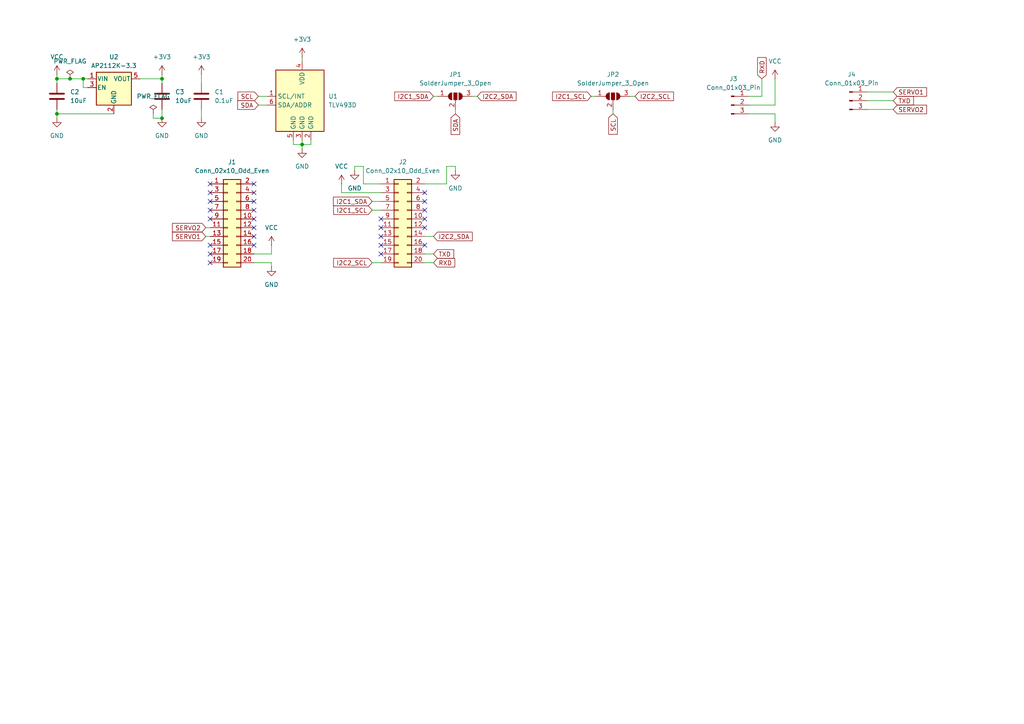
<source format=kicad_sch>
(kicad_sch (version 20231120) (generator "eeschema") (generator_version "8.0")
  (paper "A4")
  (lib_symbols
    (symbol "Connector:Conn_01x03_Pin" (pin_names (offset 1.016) hide)
      (property "Reference" "J" (at 0 5.08 0))
      (property "Value" "Conn_01x03_Pin" (at 0 -5.08 0))
      (symbol "Conn_01x03_Pin_1_1"
        (polyline (pts (xy 1.27 -2.54) (xy 0.8636 -2.54)) (stroke (width 0.1524)))
        (polyline (pts (xy 1.27 0) (xy 0.8636 0)) (stroke (width 0.1524)))
        (polyline (pts (xy 1.27 2.54) (xy 0.8636 2.54)) (stroke (width 0.1524)))
        (rectangle (start 0.8636 -2.413) (end 0 -2.667) (stroke (width 0.1524)) (fill (type outline)))
        (rectangle (start 0.8636 0.127) (end 0 -0.127) (stroke (width 0.1524)) (fill (type outline)))
        (rectangle (start 0.8636 2.667) (end 0 2.413) (stroke (width 0.1524)) (fill (type outline)))
        (pin passive line (at 5.08 2.54 180) (length 3.81) (name "Pin_1") (number "1"))
        (pin passive line (at 5.08 0 180) (length 3.81) (name "Pin_2") (number "2"))
        (pin passive line (at 5.08 -2.54 180) (length 3.81) (name "Pin_3") (number "3"))
      )
    )
    (symbol "Connector_Generic:Conn_02x10_Odd_Even" (pin_names (offset 1.016) hide)
      (property "Reference" "J" (at 1.27 12.7 0))
      (property "Value" "Conn_02x10_Odd_Even" (at 1.27 -15.24 0))
      (symbol "Conn_02x10_Odd_Even_1_1"
        (rectangle (start -1.27 -12.573) (end 0 -12.827) (stroke (width 0.1524)))
        (rectangle (start -1.27 -10.033) (end 0 -10.287) (stroke (width 0.1524)))
        (rectangle (start -1.27 -7.493) (end 0 -7.747) (stroke (width 0.1524)))
        (rectangle (start -1.27 -4.953) (end 0 -5.207) (stroke (width 0.1524)))
        (rectangle (start -1.27 -2.413) (end 0 -2.667) (stroke (width 0.1524)))
        (rectangle (start -1.27 0.127) (end 0 -0.127) (stroke (width 0.1524)))
        (rectangle (start -1.27 2.667) (end 0 2.413) (stroke (width 0.1524)))
        (rectangle (start -1.27 5.207) (end 0 4.953) (stroke (width 0.1524)))
        (rectangle (start -1.27 7.747) (end 0 7.493) (stroke (width 0.1524)))
        (rectangle (start -1.27 10.287) (end 0 10.033) (stroke (width 0.1524)))
        (rectangle (start -1.27 11.43) (end 3.81 -13.97) (stroke (width 0.254)) (fill (type background)))
        (rectangle (start 3.81 -12.573) (end 2.54 -12.827) (stroke (width 0.1524)))
        (rectangle (start 3.81 -10.033) (end 2.54 -10.287) (stroke (width 0.1524)))
        (rectangle (start 3.81 -7.493) (end 2.54 -7.747) (stroke (width 0.1524)))
        (rectangle (start 3.81 -4.953) (end 2.54 -5.207) (stroke (width 0.1524)))
        (rectangle (start 3.81 -2.413) (end 2.54 -2.667) (stroke (width 0.1524)))
        (rectangle (start 3.81 0.127) (end 2.54 -0.127) (stroke (width 0.1524)))
        (rectangle (start 3.81 2.667) (end 2.54 2.413) (stroke (width 0.1524)))
        (rectangle (start 3.81 5.207) (end 2.54 4.953) (stroke (width 0.1524)))
        (rectangle (start 3.81 7.747) (end 2.54 7.493) (stroke (width 0.1524)))
        (rectangle (start 3.81 10.287) (end 2.54 10.033) (stroke (width 0.1524)))
        (pin passive line (at -5.08 10.16 0) (length 3.81) (name "Pin_1") (number "1"))
        (pin passive line (at 7.62 0 180) (length 3.81) (name "Pin_10") (number "10"))
        (pin passive line (at -5.08 -2.54 0) (length 3.81) (name "Pin_11") (number "11"))
        (pin passive line (at 7.62 -2.54 180) (length 3.81) (name "Pin_12") (number "12"))
        (pin passive line (at -5.08 -5.08 0) (length 3.81) (name "Pin_13") (number "13"))
        (pin passive line (at 7.62 -5.08 180) (length 3.81) (name "Pin_14") (number "14"))
        (pin passive line (at -5.08 -7.62 0) (length 3.81) (name "Pin_15") (number "15"))
        (pin passive line (at 7.62 -7.62 180) (length 3.81) (name "Pin_16") (number "16"))
        (pin passive line (at -5.08 -10.16 0) (length 3.81) (name "Pin_17") (number "17"))
        (pin passive line (at 7.62 -10.16 180) (length 3.81) (name "Pin_18") (number "18"))
        (pin passive line (at -5.08 -12.7 0) (length 3.81) (name "Pin_19") (number "19"))
        (pin passive line (at 7.62 10.16 180) (length 3.81) (name "Pin_2") (number "2"))
        (pin passive line (at 7.62 -12.7 180) (length 3.81) (name "Pin_20") (number "20"))
        (pin passive line (at -5.08 7.62 0) (length 3.81) (name "Pin_3") (number "3"))
        (pin passive line (at 7.62 7.62 180) (length 3.81) (name "Pin_4") (number "4"))
        (pin passive line (at -5.08 5.08 0) (length 3.81) (name "Pin_5") (number "5"))
        (pin passive line (at 7.62 5.08 180) (length 3.81) (name "Pin_6") (number "6"))
        (pin passive line (at -5.08 2.54 0) (length 3.81) (name "Pin_7") (number "7"))
        (pin passive line (at 7.62 2.54 180) (length 3.81) (name "Pin_8") (number "8"))
        (pin passive line (at -5.08 0 0) (length 3.81) (name "Pin_9") (number "9"))
      )
    )
    (symbol "Device:C" (pin_numbers hide) (pin_names (offset 0.254))
      (property "Reference" "C" (at 0.635 2.54 0))
      (property "Value" "C" (at 0.635 -2.54 0))
      (symbol "C_0_1"
        (polyline (pts (xy -2.032 -0.762) (xy 2.032 -0.762)) (stroke (width 0.508)))
        (polyline (pts (xy -2.032 0.762) (xy 2.032 0.762)) (stroke (width 0.508)))
      )
      (symbol "C_1_1"
        (pin passive line (at 0 3.81 270) (length 2.794) (name "~") (number "1"))
        (pin passive line (at 0 -3.81 90) (length 2.794) (name "~") (number "2"))
      )
    )
    (symbol "Jumper:SolderJumper_3_Open" (pin_names (offset 0) hide) (exclude_from_sim yes) (in_bom no)
      (property "Reference" "JP" (at -2.54 -2.54 0))
      (property "Value" "SolderJumper_3_Open" (at 0 2.794 0))
      (symbol "SolderJumper_3_Open_0_1"
        (arc (start -1.016 1.016) (mid -2.0276 0) (end -1.016 -1.016))
        (arc (start -1.016 1.016) (mid -2.0276 0) (end -1.016 -1.016) (fill (type outline)))
        (rectangle (start -0.508 1.016) (end 0.508 -1.016) (fill (type outline)))
        (polyline (pts (xy -2.54 0) (xy -2.032 0)))
        (polyline (pts (xy -1.016 1.016) (xy -1.016 -1.016)))
        (polyline (pts (xy 0 -1.27) (xy 0 -1.016)))
        (polyline (pts (xy 1.016 1.016) (xy 1.016 -1.016)))
        (polyline (pts (xy 2.54 0) (xy 2.032 0)))
        (arc (start 1.016 -1.016) (mid 2.0276 0) (end 1.016 1.016))
        (arc (start 1.016 -1.016) (mid 2.0276 0) (end 1.016 1.016) (fill (type outline)))
      )
      (symbol "SolderJumper_3_Open_1_1"
        (pin passive line (at -5.08 0 0) (length 2.54) (name "A") (number "1"))
        (pin passive line (at 0 -3.81 90) (length 2.54) (name "C") (number "2"))
        (pin passive line (at 5.08 0 180) (length 2.54) (name "B") (number "3"))
      )
    )
    (symbol "Regulator_Linear:AP2112K-3.3" (pin_names (offset 0.254))
      (property "Reference" "U" (at -5.08 5.715 0))
      (property "Value" "AP2112K-3.3" (at 0 5.715 0))
      (symbol "AP2112K-3.3_0_1"
        (rectangle (start -5.08 4.445) (end 5.08 -5.08) (stroke (width 0.254)) (fill (type background)))
      )
      (symbol "AP2112K-3.3_1_1"
        (pin power_in line (at -7.62 2.54 0) (length 2.54) (name "VIN") (number "1"))
        (pin power_in line (at 0 -7.62 90) (length 2.54) (name "GND") (number "2"))
        (pin input line (at -7.62 0 0) (length 2.54) (name "EN") (number "3"))
        (pin no_connect line (at 5.08 0 180) (length 2.54) hide (name "NC") (number "4"))
        (pin power_out line (at 7.62 2.54 180) (length 2.54) (name "VOUT") (number "5"))
      )
    )
    (symbol "Sensor_Magnetic:TLV493D"
      (property "Reference" "U" (at -6.35 11.43 0))
      (property "Value" "TLV493D" (at 5.08 11.43 0))
      (symbol "TLV493D_0_1"
        (rectangle (start -7.62 10.16) (end 6.35 -7.62) (stroke (width 0.254)) (fill (type background)))
      )
      (symbol "TLV493D_1_1"
        (pin bidirectional line (at -10.16 2.54 0) (length 2.54) (name "SCL/INT") (number "1"))
        (pin power_in line (at 2.54 -10.16 90) (length 2.54) (name "GND") (number "2"))
        (pin power_in line (at 0 -10.16 90) (length 2.54) (name "GND") (number "3"))
        (pin power_in line (at 0 12.7 270) (length 2.54) (name "VDD") (number "4"))
        (pin power_in line (at -2.54 -10.16 90) (length 2.54) (name "GND") (number "5"))
        (pin bidirectional line (at -10.16 0 0) (length 2.54) (name "SDA/ADDR") (number "6"))
      )
    )
    (symbol "power:+3V3" (power) (pin_numbers hide) (pin_names (offset 0) hide)
      (property "Value" "+3V3" (at 0 3.556 0))
      (symbol "+3V3_0_1"
        (polyline (pts (xy -0.762 1.27) (xy 0 2.54)))
        (polyline (pts (xy 0 0) (xy 0 2.54)))
        (polyline (pts (xy 0 2.54) (xy 0.762 1.27)))
      )
      (symbol "+3V3_1_1"
        (pin power_in line (at 0 0 90) (length 0) (name "~") (number "1"))
      )
    )
    (symbol "power:GND" (power) (pin_numbers hide) (pin_names (offset 0) hide)
      (property "Value" "GND" (at 0 -3.81 0))
      (symbol "GND_0_1"
        (polyline (pts (xy 0 0) (xy 0 -1.27) (xy 1.27 -1.27) (xy 0 -2.54) (xy -1.27 -1.27) (xy 0 -1.27)))
      )
      (symbol "GND_1_1"
        (pin power_in line (at 0 0 270) (length 0) (name "~") (number "1"))
      )
    )
    (symbol "power:PWR_FLAG" (power) (pin_numbers hide) (pin_names (offset 0) hide)
      (property "Value" "PWR_FLAG" (at 0 3.81 0))
      (symbol "PWR_FLAG_0_0"
        (pin power_out line (at 0 0 90) (length 0) (name "~") (number "1"))
      )
      (symbol "PWR_FLAG_0_1"
        (polyline (pts (xy 0 0) (xy 0 1.27) (xy -1.016 1.905) (xy 0 2.54) (xy 1.016 1.905) (xy 0 1.27)))
      )
    )
    (symbol "power:VCC" (power) (pin_numbers hide) (pin_names (offset 0) hide)
      (property "Value" "VCC" (at 0 3.556 0))
      (symbol "VCC_0_1"
        (polyline (pts (xy -0.762 1.27) (xy 0 2.54)))
        (polyline (pts (xy 0 0) (xy 0 2.54)))
        (polyline (pts (xy 0 2.54) (xy 0.762 1.27)))
      )
      (symbol "VCC_1_1"
        (pin power_in line (at 0 0 90) (length 0) (name "~") (number "1"))
      )
    )
  )
  (junction (at 16.51 33.02))
  (junction (at 16.51 22.86))
  (junction (at 46.99 22.86))
  (junction (at 24.13 22.86))
  (junction (at 46.99 34.29))
  (junction (at 87.63 41.91))
  (junction (at 20.32 22.86))
  (no_connect (at 123.19 71.12))
  (no_connect (at 73.66 63.5))
  (no_connect (at 60.96 71.12))
  (no_connect (at 110.49 71.12))
  (no_connect (at 123.19 60.96))
  (no_connect (at 110.49 63.5))
  (no_connect (at 123.19 58.42))
  (no_connect (at 73.66 71.12))
  (no_connect (at 110.49 66.04))
  (no_connect (at 110.49 68.58))
  (no_connect (at 60.96 76.2))
  (no_connect (at 60.96 60.96))
  (no_connect (at 60.96 73.66))
  (no_connect (at 110.49 73.66))
  (no_connect (at 73.66 68.58))
  (no_connect (at 73.66 53.34))
  (no_connect (at 60.96 58.42))
  (no_connect (at 60.96 63.5))
  (no_connect (at 73.66 55.88))
  (no_connect (at 73.66 58.42))
  (no_connect (at 123.19 66.04))
  (no_connect (at 73.66 66.04))
  (no_connect (at 73.66 60.96))
  (no_connect (at 60.96 53.34))
  (no_connect (at 123.19 55.88))
  (no_connect (at 60.96 55.88))
  (no_connect (at 123.19 63.5))
  (wire (pts (xy 171.45 27.94) (xy 172.72 27.94)))
  (wire (pts (xy 125.73 27.94) (xy 127 27.94)))
  (wire (pts (xy 137.16 27.94) (xy 138.43 27.94)))
  (wire (pts (xy 85.09 41.91) (xy 87.63 41.91)))
  (wire (pts (xy 20.32 22.86) (xy 16.51 22.86)))
  (wire (pts (xy 58.42 31.75) (xy 58.42 34.29)))
  (wire (pts (xy 102.87 48.26) (xy 102.87 49.53)))
  (wire (pts (xy 46.99 31.75) (xy 46.99 34.29)))
  (wire (pts (xy 78.74 76.2) (xy 78.74 77.47)))
  (wire (pts (xy 129.54 48.26) (xy 132.08 48.26)))
  (wire (pts (xy 24.13 25.4) (xy 24.13 22.86)))
  (wire (pts (xy 40.64 22.86) (xy 46.99 22.86)))
  (wire (pts (xy 78.74 73.66) (xy 78.74 71.12)))
  (wire (pts (xy 44.45 34.29) (xy 46.99 34.29)))
  (wire (pts (xy 73.66 73.66) (xy 78.74 73.66)))
  (wire (pts (xy 44.45 33.02) (xy 44.45 34.29)))
  (wire (pts (xy 46.99 22.86) (xy 46.99 24.13)))
  (wire (pts (xy 16.51 21.59) (xy 16.51 22.86)))
  (wire (pts (xy 110.49 53.34) (xy 105.41 53.34)))
  (wire (pts (xy 25.4 22.86) (xy 24.13 22.86)))
  (wire (pts (xy 87.63 41.91) (xy 87.63 43.18)))
  (wire (pts (xy 224.79 35.56) (xy 224.79 33.02)))
  (wire (pts (xy 87.63 40.64) (xy 87.63 41.91)))
  (wire (pts (xy 16.51 31.75) (xy 16.51 33.02)))
  (wire (pts (xy 132.08 31.75) (xy 132.08 33.02)))
  (wire (pts (xy 87.63 41.91) (xy 90.17 41.91)))
  (wire (pts (xy 217.17 27.94) (xy 220.98 27.94)))
  (wire (pts (xy 123.19 53.34) (xy 129.54 53.34)))
  (wire (pts (xy 251.46 29.21) (xy 259.08 29.21)))
  (wire (pts (xy 59.69 68.58) (xy 60.96 68.58)))
  (wire (pts (xy 16.51 22.86) (xy 16.51 24.13)))
  (wire (pts (xy 224.79 33.02) (xy 217.17 33.02)))
  (wire (pts (xy 177.8 31.75) (xy 177.8 33.02)))
  (wire (pts (xy 16.51 33.02) (xy 16.51 34.29)))
  (wire (pts (xy 132.08 48.26) (xy 132.08 49.53)))
  (wire (pts (xy 58.42 21.59) (xy 58.42 24.13)))
  (wire (pts (xy 251.46 26.67) (xy 259.08 26.67)))
  (wire (pts (xy 217.17 30.48) (xy 224.79 30.48)))
  (wire (pts (xy 107.95 76.2) (xy 110.49 76.2)))
  (wire (pts (xy 224.79 22.86) (xy 224.79 30.48)))
  (wire (pts (xy 85.09 40.64) (xy 85.09 41.91)))
  (wire (pts (xy 99.06 55.88) (xy 99.06 53.34)))
  (wire (pts (xy 87.63 16.51) (xy 87.63 17.78)))
  (wire (pts (xy 16.51 33.02) (xy 33.02 33.02)))
  (wire (pts (xy 129.54 53.34) (xy 129.54 48.26)))
  (wire (pts (xy 251.46 31.75) (xy 259.08 31.75)))
  (wire (pts (xy 74.93 27.94) (xy 77.47 27.94)))
  (wire (pts (xy 107.95 60.96) (xy 110.49 60.96)))
  (wire (pts (xy 110.49 55.88) (xy 99.06 55.88)))
  (wire (pts (xy 46.99 21.59) (xy 46.99 22.86)))
  (wire (pts (xy 74.93 30.48) (xy 77.47 30.48)))
  (wire (pts (xy 123.19 68.58) (xy 125.73 68.58)))
  (wire (pts (xy 24.13 22.86) (xy 20.32 22.86)))
  (wire (pts (xy 220.98 27.94) (xy 220.98 22.86)))
  (wire (pts (xy 25.4 25.4) (xy 24.13 25.4)))
  (wire (pts (xy 105.41 48.26) (xy 102.87 48.26)))
  (wire (pts (xy 123.19 73.66) (xy 125.73 73.66)))
  (wire (pts (xy 59.69 66.04) (xy 60.96 66.04)))
  (wire (pts (xy 90.17 41.91) (xy 90.17 40.64)))
  (wire (pts (xy 73.66 76.2) (xy 78.74 76.2)))
  (wire (pts (xy 123.19 76.2) (xy 125.73 76.2)))
  (wire (pts (xy 105.41 53.34) (xy 105.41 48.26)))
  (wire (pts (xy 182.88 27.94) (xy 184.15 27.94)))
  (wire (pts (xy 107.95 58.42) (xy 110.49 58.42)))
  (global_label "I2C2_SCL" (shape input) (at 184.15 27.94 0) (property "Intersheetrefs" "${INTERSHEET_REFS}" (effects (hide yes))))
  (global_label "SDA" (shape input) (at 74.93 30.48 180) (property "Intersheetrefs" "${INTERSHEET_REFS}" (effects (hide yes))))
  (global_label "I2C2_SCL" (shape input) (at 107.95 76.2 180) (property "Intersheetrefs" "${INTERSHEET_REFS}" (effects (hide yes))))
  (global_label "TXD" (shape input) (at 125.73 73.66 0) (property "Intersheetrefs" "${INTERSHEET_REFS}" (effects (hide yes))))
  (global_label "TXD" (shape input) (at 259.08 29.21 0) (property "Intersheetrefs" "${INTERSHEET_REFS}" (effects (hide yes))))
  (global_label "I2C1_SCL" (shape input) (at 171.45 27.94 180) (property "Intersheetrefs" "${INTERSHEET_REFS}" (effects (hide yes))))
  (global_label "SERVO2" (shape input) (at 59.69 66.04 180) (property "Intersheetrefs" "${INTERSHEET_REFS}" (effects (hide yes))))
  (global_label "I2C1_SDA" (shape input) (at 107.95 58.42 180) (property "Intersheetrefs" "${INTERSHEET_REFS}" (effects (hide yes))))
  (global_label "SCL" (shape input) (at 74.93 27.94 180) (property "Intersheetrefs" "${INTERSHEET_REFS}" (effects (hide yes))))
  (global_label "SERVO2" (shape input) (at 259.08 31.75 0) (property "Intersheetrefs" "${INTERSHEET_REFS}" (effects (hide yes))))
  (global_label "I2C2_SDA" (shape input) (at 125.73 68.58 0) (property "Intersheetrefs" "${INTERSHEET_REFS}" (effects (hide yes))))
  (global_label "I2C2_SDA" (shape input) (at 138.43 27.94 0) (property "Intersheetrefs" "${INTERSHEET_REFS}" (effects (hide yes))))
  (global_label "SERVO1" (shape input) (at 259.08 26.67 0) (property "Intersheetrefs" "${INTERSHEET_REFS}" (effects (hide yes))))
  (global_label "SCL" (shape input) (at 177.8 33.02 270) (property "Intersheetrefs" "${INTERSHEET_REFS}" (effects (hide yes))))
  (global_label "RXD" (shape input) (at 125.73 76.2 0) (property "Intersheetrefs" "${INTERSHEET_REFS}" (effects (hide yes))))
  (global_label "RXD" (shape input) (at 220.98 22.86 90) (property "Intersheetrefs" "${INTERSHEET_REFS}" (effects (hide yes))))
  (global_label "I2C1_SDA" (shape input) (at 125.73 27.94 180) (property "Intersheetrefs" "${INTERSHEET_REFS}" (effects (hide yes))))
  (global_label "SDA" (shape input) (at 132.08 33.02 270) (property "Intersheetrefs" "${INTERSHEET_REFS}" (effects (hide yes))))
  (global_label "SERVO1" (shape input) (at 59.69 68.58 180) (property "Intersheetrefs" "${INTERSHEET_REFS}" (effects (hide yes))))
  (global_label "I2C1_SCL" (shape input) (at 107.95 60.96 180) (property "Intersheetrefs" "${INTERSHEET_REFS}" (effects (hide yes))))
  (symbol (lib_id "Device:C") (at 58.42 27.94 0) (unit 1)
    (property "Reference" "C1" (at 62.23 26.6699 0) (effects (justify left)))
    (property "Value" "0.1uF" (at 62.23 29.2099 0) (effects (justify left)))
    (property "Footprint" "Capacitor_SMD:C_0402_1005Metric" (effects (hide yes)))
    (property "Datasheet" "https://wmsc.lcsc.com/wmsc/upload/file/pdf/v2/lcsc/2211101700_YAGEO-CC0603KRX7R9BB104_C14663.pdf" (effects (hide yes)))
    (property "Description" "Unpolarized capacitor" (effects (hide yes)))
    (property "JLCPCB" "C14663" (effects (hide yes)))
  )
  (symbol (lib_id "power:GND") (at 78.74 77.47 0) (unit 1)
    (property "Reference" "#PWR07" (effects (hide yes)))
    (property "Value" "GND" (at 78.74 82.55 0))
    (property "Description" "Power symbol creates a global label with name \"GND\" , ground" (effects (hide yes)))
  )
  (symbol (lib_id "power:GND") (at 58.42 34.29 0) (unit 1)
    (property "Reference" "#PWR03" (effects (hide yes)))
    (property "Value" "GND" (at 58.42 39.37 0))
    (property "Description" "Power symbol creates a global label with name \"GND\" , ground" (effects (hide yes)))
  )
  (symbol (lib_id "power:VCC") (at 99.06 53.34 0) (unit 1)
    (property "Reference" "#PWR013" (effects (hide yes)))
    (property "Value" "VCC" (at 99.06 48.26 0))
    (property "Description" "Power symbol creates a global label with name \"VCC\"" (effects (hide yes)))
  )
  (symbol (lib_id "Device:C") (at 46.99 27.94 0) (unit 1)
    (property "Reference" "C3" (at 50.8 26.6699 0) (effects (justify left)))
    (property "Value" "10uF" (at 50.8 29.2099 0) (effects (justify left)))
    (property "Footprint" "Capacitor_SMD:C_0603_1608Metric" (effects (hide yes)))
    (property "Datasheet" "https://wmsc.lcsc.com/wmsc/upload/file/pdf/v2/lcsc/2304140030_Samsung-Electro-Mechanics-CL10A106MA8NRNC_C96446.pdf" (effects (hide yes)))
    (property "Description" "Unpolarized capacitor" (effects (hide yes)))
    (property "JLCPCB" "C96446" (effects (hide yes)))
  )
  (symbol (lib_id "Connector_Generic:Conn_02x10_Odd_Even") (at 66.04 63.5 0) (unit 1)
    (property "Reference" "J1" (at 67.31 46.99 0))
    (property "Value" "Conn_02x10_Odd_Even" (at 67.31 49.53 0))
    (property "Footprint" "Connector_PinHeader_1.27mm:PinHeader_2x10_P1.27mm_Vertical" (effects (hide yes)))
    (property "Description" "Generic connector, double row, 02x10, odd/even pin numbering scheme (row 1 odd numbers, row 2 even numbers), script generated (kicad-library-utils/schlib/autogen/connector/)" (effects (hide yes)))
  )
  (symbol (lib_id "Device:C") (at 16.51 27.94 0) (unit 1)
    (property "Reference" "C2" (at 20.32 26.6699 0) (effects (justify left)))
    (property "Value" "10uF" (at 20.32 29.2099 0) (effects (justify left)))
    (property "Footprint" "Capacitor_SMD:C_0603_1608Metric" (effects (hide yes)))
    (property "Datasheet" "https://wmsc.lcsc.com/wmsc/upload/file/pdf/v2/lcsc/2304140030_Samsung-Electro-Mechanics-CL10A106MA8NRNC_C96446.pdf" (effects (hide yes)))
    (property "Description" "Unpolarized capacitor" (effects (hide yes)))
    (property "JLCPCB" "C96446" (effects (hide yes)))
  )
  (symbol (lib_id "power:GND") (at 224.79 35.56 0) (unit 1)
    (property "Reference" "#PWR015" (effects (hide yes)))
    (property "Value" "GND" (at 224.79 40.64 0))
    (property "Description" "Power symbol creates a global label with name \"GND\" , ground" (effects (hide yes)))
  )
  (symbol (lib_id "power:+3V3") (at 87.63 16.51 0) (unit 1)
    (property "Reference" "#PWR010" (effects (hide yes)))
    (property "Value" "+3V3" (at 87.63 11.43 0))
    (property "Description" "Power symbol creates a global label with name \"+3V3\"" (effects (hide yes)))
  )
  (symbol (lib_id "Sensor_Magnetic:TLV493D") (at 87.63 30.48 0) (unit 1)
    (property "Reference" "U1" (at 95.25 27.9399 0) (effects (justify left)))
    (property "Value" "TLV493D" (at 95.25 30.4799 0) (effects (justify left)))
    (property "Footprint" "Package_TO_SOT_SMD:SOT-23-6" (effects (hide yes)))
    (property "Datasheet" "http://www.infineon.com/dgdl/Infineon-TLV493D-A1B6-DS-v01_00-EN.pdf?fileId=5546d462525dbac40152a6b85c760e80" (effects (hide yes)))
    (property "Description" "Low power 3D magnetic sensor, I2C interface, SOT-23-6" (effects (hide yes)))
    (property "JLCPCB" "C126688" (effects (hide yes)))
  )
  (symbol (lib_id "power:PWR_FLAG") (at 20.32 22.86 0) (unit 1)
    (property "Reference" "#FLG01" (effects (hide yes)))
    (property "Value" "PWR_FLAG" (at 20.32 17.78 0))
    (property "Description" "Special symbol for telling ERC where power comes from" (effects (hide yes)))
  )
  (symbol (lib_id "Connector:Conn_01x03_Pin") (at 246.38 29.21 0) (unit 1)
    (property "Reference" "J4" (at 247.015 21.59 0))
    (property "Value" "Conn_01x03_Pin" (at 247.015 24.13 0))
    (property "Footprint" "Connector_JST:JST_SH_SM03B-SRSS-TB_1x03-1MP_P1.00mm_Horizontal" (effects (hide yes)))
    (property "Description" "Generic connector, single row, 01x03, script generated" (effects (hide yes)))
    (property "JLCPCB" "C160403" (effects (hide yes)))
  )
  (symbol (lib_id "power:PWR_FLAG") (at 44.45 33.02 0) (unit 1)
    (property "Reference" "#FLG02" (effects (hide yes)))
    (property "Value" "PWR_FLAG" (at 44.45 27.94 0))
    (property "Description" "Special symbol for telling ERC where power comes from" (effects (hide yes)))
  )
  (symbol (lib_id "power:GND") (at 46.99 34.29 0) (unit 1)
    (property "Reference" "#PWR02" (effects (hide yes)))
    (property "Value" "GND" (at 46.99 39.37 0))
    (property "Description" "Power symbol creates a global label with name \"GND\" , ground" (effects (hide yes)))
  )
  (symbol (lib_id "power:GND") (at 132.08 49.53 0) (unit 1)
    (property "Reference" "#PWR012" (effects (hide yes)))
    (property "Value" "GND" (at 132.08 54.61 0))
    (property "Description" "Power symbol creates a global label with name \"GND\" , ground" (effects (hide yes)))
  )
  (symbol (lib_id "power:+3V3") (at 46.99 21.59 0) (unit 1)
    (property "Reference" "#PWR05" (effects (hide yes)))
    (property "Value" "+3V3" (at 46.99 16.51 0))
    (property "Description" "Power symbol creates a global label with name \"+3V3\"" (effects (hide yes)))
  )
  (symbol (lib_id "power:GND") (at 102.87 49.53 0) (unit 1)
    (property "Reference" "#PWR011" (effects (hide yes)))
    (property "Value" "GND" (at 102.87 54.61 0))
    (property "Description" "Power symbol creates a global label with name \"GND\" , ground" (effects (hide yes)))
  )
  (symbol (lib_id "power:VCC") (at 78.74 71.12 0) (unit 1)
    (property "Reference" "#PWR08" (effects (hide yes)))
    (property "Value" "VCC" (at 78.74 66.04 0))
    (property "Description" "Power symbol creates a global label with name \"VCC\"" (effects (hide yes)))
  )
  (symbol (lib_id "power:VCC") (at 16.51 21.59 0) (unit 1)
    (property "Reference" "#PWR01" (effects (hide yes)))
    (property "Value" "VCC" (at 16.51 16.51 0))
    (property "Description" "Power symbol creates a global label with name \"VCC\"" (effects (hide yes)))
  )
  (symbol (lib_id "Jumper:SolderJumper_3_Open") (at 132.08 27.94 0) (unit 1) (exclude_from_sim yes) (in_bom no)
    (property "Reference" "JP1" (at 132.08 21.59 0))
    (property "Value" "SolderJumper_3_Open" (at 132.08 24.13 0))
    (property "Footprint" "Jumper:SolderJumper-3_P1.3mm_Open_RoundedPad1.0x1.5mm" (effects (hide yes)))
    (property "Description" "Solder Jumper, 3-pole, open" (effects (hide yes)))
  )
  (symbol (lib_id "Connector_Generic:Conn_02x10_Odd_Even") (at 115.57 63.5 0) (unit 1)
    (property "Reference" "J2" (at 116.84 46.99 0))
    (property "Value" "Conn_02x10_Odd_Even" (at 116.84 49.53 0))
    (property "Footprint" "Connector_PinHeader_1.27mm:PinHeader_2x10_P1.27mm_Vertical" (effects (hide yes)))
    (property "Description" "Generic connector, double row, 02x10, odd/even pin numbering scheme (row 1 odd numbers, row 2 even numbers), script generated (kicad-library-utils/schlib/autogen/connector/)" (effects (hide yes)))
  )
  (symbol (lib_id "Connector:Conn_01x03_Pin") (at 212.09 30.48 0) (unit 1)
    (property "Reference" "J3" (at 212.725 22.86 0))
    (property "Value" "Conn_01x03_Pin" (at 212.725 25.4 0))
    (property "Footprint" "Connector_JST:JST_SH_SM03B-SRSS-TB_1x03-1MP_P1.00mm_Horizontal" (effects (hide yes)))
    (property "Description" "Generic connector, single row, 01x03, script generated" (effects (hide yes)))
    (property "JLCPCB" "C160403" (effects (hide yes)))
  )
  (symbol (lib_id "power:GND") (at 87.63 43.18 0) (unit 1)
    (property "Reference" "#PWR09" (effects (hide yes)))
    (property "Value" "GND" (at 87.63 48.26 0))
    (property "Description" "Power symbol creates a global label with name \"GND\" , ground" (effects (hide yes)))
  )
  (symbol (lib_id "power:VCC") (at 224.79 22.86 0) (unit 1)
    (property "Reference" "#PWR014" (effects (hide yes)))
    (property "Value" "VCC" (at 224.79 17.78 0))
    (property "Description" "Power symbol creates a global label with name \"VCC\"" (effects (hide yes)))
  )
  (symbol (lib_id "power:GND") (at 16.51 34.29 0) (unit 1)
    (property "Reference" "#PWR04" (effects (hide yes)))
    (property "Value" "GND" (at 16.51 39.37 0))
    (property "Description" "Power symbol creates a global label with name \"GND\" , ground" (effects (hide yes)))
  )
  (symbol (lib_id "Jumper:SolderJumper_3_Open") (at 177.8 27.94 0) (unit 1) (exclude_from_sim yes) (in_bom no)
    (property "Reference" "JP2" (at 177.8 21.59 0))
    (property "Value" "SolderJumper_3_Open" (at 177.8 24.13 0))
    (property "Footprint" "Jumper:SolderJumper-3_P1.3mm_Open_RoundedPad1.0x1.5mm" (effects (hide yes)))
    (property "Description" "Solder Jumper, 3-pole, open" (effects (hide yes)))
  )
  (symbol (lib_id "power:+3V3") (at 58.42 21.59 0) (unit 1)
    (property "Reference" "#PWR06" (effects (hide yes)))
    (property "Value" "+3V3" (at 58.42 16.51 0))
    (property "Description" "Power symbol creates a global label with name \"+3V3\"" (effects (hide yes)))
  )
  (symbol (lib_id "Regulator_Linear:AP2112K-3.3") (at 33.02 25.4 0) (unit 1)
    (property "Reference" "U2" (at 33.02 16.51 0))
    (property "Value" "AP2112K-3.3" (at 33.02 19.05 0))
    (property "Footprint" "Package_TO_SOT_SMD:SOT-23-5" (effects (hide yes)))
    (property "Datasheet" "https://www.diodes.com/assets/Datasheets/AP2112.pdf" (effects (hide yes)))
    (property "Description" "600mA low dropout linear regulator, with enable pin, 3.8V-6V input voltage range, 3.3V fixed positive output, SOT-23-5" (effects (hide yes)))
    (property "JLCPCB" "C51118" (effects (hide yes)))
  )
)
</source>
